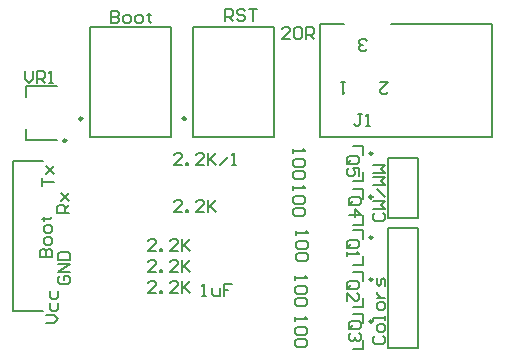
<source format=gto>
%FSLAX25Y25*%
%MOIN*%
G70*
G01*
G75*
G04 Layer_Color=65535*
%ADD10R,0.04331X0.05512*%
%ADD11R,0.05906X0.09843*%
%ADD12R,0.05906X0.09843*%
%ADD13R,0.04528X0.02362*%
%ADD14R,0.05512X0.04331*%
G04:AMPARAMS|DCode=15|XSize=74.8mil|YSize=125.98mil|CornerRadius=0mil|HoleSize=0mil|Usage=FLASHONLY|Rotation=270.000|XOffset=0mil|YOffset=0mil|HoleType=Round|Shape=Octagon|*
%AMOCTAGOND15*
4,1,8,0.06299,0.01870,0.06299,-0.01870,0.04429,-0.03740,-0.04429,-0.03740,-0.06299,-0.01870,-0.06299,0.01870,-0.04429,0.03740,0.04429,0.03740,0.06299,0.01870,0.0*
%
%ADD15OCTAGOND15*%

%ADD16R,0.05512X0.02362*%
%ADD17R,0.07087X0.02362*%
%ADD18C,0.05000*%
%ADD19C,0.02500*%
%ADD20C,0.02000*%
%ADD21R,0.10000X0.04500*%
%ADD22R,0.05500X0.10000*%
%ADD23C,0.05315*%
%ADD24R,0.05315X0.05315*%
%ADD25R,0.05315X0.05315*%
%ADD26C,0.05906*%
%ADD27R,0.05906X0.05906*%
%ADD28O,0.05512X0.14173*%
%ADD29O,0.14173X0.05512*%
%ADD30C,0.02500*%
%ADD31C,0.10000*%
%ADD32C,0.00984*%
%ADD33C,0.00787*%
%ADD34C,0.00700*%
D32*
X59492Y81500D02*
G03*
X59492Y81500I-492J0D01*
G01*
X24992D02*
G03*
X24992Y81500I-492J0D01*
G01*
X121736Y55405D02*
G03*
X121736Y55405I-492J0D01*
G01*
Y69906D02*
G03*
X121736Y69906I-492J0D01*
G01*
Y41906D02*
G03*
X121736Y41906I-492J0D01*
G01*
Y13905D02*
G03*
X121736Y13905I-492J0D01*
G01*
Y27905D02*
G03*
X121736Y27905I-492J0D01*
G01*
X19669Y74248D02*
G03*
X19669Y74248I-492J0D01*
G01*
D33*
X62000Y75500D02*
X89000D01*
X62000Y112000D02*
X89000D01*
X62000Y75500D02*
Y112000D01*
X89000Y75500D02*
Y112000D01*
X27500Y75500D02*
X54500D01*
X27500Y112000D02*
X54500D01*
X27500Y75500D02*
Y112000D01*
X54500Y75500D02*
Y112000D01*
X2000Y67500D02*
X12000D01*
X2000Y17500D02*
Y67500D01*
Y17500D02*
X12000D01*
X126929Y68559D02*
X136929D01*
Y48559D02*
Y68559D01*
X126929Y48559D02*
X136929D01*
X126929D02*
Y68559D01*
X118685Y46154D02*
Y49303D01*
X115142Y46154D02*
X118685D01*
Y54815D02*
Y57965D01*
X115142D02*
X118685D01*
Y60654D02*
Y63803D01*
X115142Y60654D02*
X118685D01*
Y69315D02*
Y72465D01*
X115142D02*
X118685D01*
Y32653D02*
Y35803D01*
X115142Y32653D02*
X118685D01*
Y41315D02*
Y44465D01*
X115142D02*
X118685D01*
X126929Y45059D02*
X136929D01*
Y5059D02*
Y45059D01*
X126929Y5059D02*
Y45059D01*
Y5059D02*
X136929D01*
X118685Y4654D02*
Y7803D01*
X115142Y4654D02*
X118685D01*
Y13315D02*
Y16465D01*
X115142D02*
X118685D01*
Y18654D02*
Y21803D01*
X115142Y18654D02*
X118685D01*
Y27315D02*
Y30465D01*
X115142D02*
X118685D01*
X6382Y88815D02*
Y92555D01*
X16618D01*
X6382Y74445D02*
Y78185D01*
Y74445D02*
X16618D01*
X104413Y113079D02*
X112287D01*
X104413Y75283D02*
Y113079D01*
X128035D02*
X161500D01*
X104413Y75283D02*
X161500D01*
Y113079D01*
D34*
X11501Y59000D02*
Y61666D01*
Y60333D01*
X15500D01*
X12834Y62999D02*
X15500Y65664D01*
X14167Y64332D01*
X12834Y65664D01*
X15500Y62999D01*
X20500Y50000D02*
X16501D01*
Y51999D01*
X17168Y52666D01*
X18501D01*
X19167Y51999D01*
Y50000D01*
Y51333D02*
X20500Y52666D01*
X17834Y53999D02*
X20500Y56665D01*
X19167Y55332D01*
X17834Y56665D01*
X20500Y53999D01*
X11001Y35500D02*
X15000D01*
Y37499D01*
X14333Y38166D01*
X13667D01*
X13001Y37499D01*
Y35500D01*
Y37499D01*
X12334Y38166D01*
X11668D01*
X11001Y37499D01*
Y35500D01*
X15000Y40165D02*
Y41498D01*
X14333Y42164D01*
X13001D01*
X12334Y41498D01*
Y40165D01*
X13001Y39499D01*
X14333D01*
X15000Y40165D01*
Y44164D02*
Y45497D01*
X14333Y46163D01*
X13001D01*
X12334Y45497D01*
Y44164D01*
X13001Y43497D01*
X14333D01*
X15000Y44164D01*
X11668Y48163D02*
X12334D01*
Y47496D01*
Y48829D01*
Y48163D01*
X14333D01*
X15000Y48829D01*
X17668Y29166D02*
X17001Y28499D01*
Y27166D01*
X17668Y26500D01*
X20334D01*
X21000Y27166D01*
Y28499D01*
X20334Y29166D01*
X19001D01*
Y27833D01*
X21000Y30499D02*
X17001D01*
X21000Y33165D01*
X17001D01*
Y34497D02*
X21000D01*
Y36497D01*
X20334Y37163D01*
X17668D01*
X17001Y36497D01*
Y34497D01*
X13001Y13500D02*
X15667D01*
X17000Y14833D01*
X15667Y16166D01*
X13001D01*
X14334Y20165D02*
Y18165D01*
X15001Y17499D01*
X16333D01*
X17000Y18165D01*
Y20165D01*
X14334Y24163D02*
Y22164D01*
X15001Y21497D01*
X16333D01*
X17000Y22164D01*
Y24163D01*
X94166Y108000D02*
X91500D01*
X94166Y110666D01*
Y111332D01*
X93499Y111999D01*
X92166D01*
X91500Y111332D01*
X95499D02*
X96165Y111999D01*
X97498D01*
X98164Y111332D01*
Y108667D01*
X97498Y108000D01*
X96165D01*
X95499Y108667D01*
Y111332D01*
X99497Y108000D02*
Y111999D01*
X101497D01*
X102163Y111332D01*
Y109999D01*
X101497Y109333D01*
X99497D01*
X100830D02*
X102163Y108000D01*
X72500Y114000D02*
Y117999D01*
X74499D01*
X75166Y117332D01*
Y115999D01*
X74499Y115333D01*
X72500D01*
X73833D02*
X75166Y114000D01*
X79164Y117332D02*
X78498Y117999D01*
X77165D01*
X76499Y117332D01*
Y116666D01*
X77165Y115999D01*
X78498D01*
X79164Y115333D01*
Y114666D01*
X78498Y114000D01*
X77165D01*
X76499Y114666D01*
X80497Y117999D02*
X83163D01*
X81830D01*
Y114000D01*
X34500Y117499D02*
Y113500D01*
X36499D01*
X37166Y114166D01*
Y114833D01*
X36499Y115499D01*
X34500D01*
X36499D01*
X37166Y116166D01*
Y116832D01*
X36499Y117499D01*
X34500D01*
X39165Y113500D02*
X40498D01*
X41164Y114166D01*
Y115499D01*
X40498Y116166D01*
X39165D01*
X38499Y115499D01*
Y114166D01*
X39165Y113500D01*
X43164D02*
X44497D01*
X45163Y114166D01*
Y115499D01*
X44497Y116166D01*
X43164D01*
X42497Y115499D01*
Y114166D01*
X43164Y113500D01*
X47163Y116832D02*
Y116166D01*
X46496D01*
X47829D01*
X47163D01*
Y114166D01*
X47829Y113500D01*
X58166Y50500D02*
X55500D01*
X58166Y53166D01*
Y53832D01*
X57499Y54499D01*
X56166D01*
X55500Y53832D01*
X59499Y50500D02*
Y51166D01*
X60165D01*
Y50500D01*
X59499D01*
X65497D02*
X62831D01*
X65497Y53166D01*
Y53832D01*
X64830Y54499D01*
X63497D01*
X62831Y53832D01*
X66830Y54499D02*
Y50500D01*
Y51833D01*
X69495Y54499D01*
X67496Y52499D01*
X69495Y50500D01*
X58166Y66000D02*
X55500D01*
X58166Y68666D01*
Y69332D01*
X57499Y69999D01*
X56166D01*
X55500Y69332D01*
X59499Y66000D02*
Y66666D01*
X60165D01*
Y66000D01*
X59499D01*
X65497D02*
X62831D01*
X65497Y68666D01*
Y69332D01*
X64830Y69999D01*
X63497D01*
X62831Y69332D01*
X66830Y69999D02*
Y66000D01*
Y67333D01*
X69495Y69999D01*
X67496Y67999D01*
X69495Y66000D01*
X70828D02*
X73494Y68666D01*
X74827Y66000D02*
X76160D01*
X75494D01*
Y69999D01*
X74827Y69332D01*
X49666Y37500D02*
X47000D01*
X49666Y40166D01*
Y40832D01*
X48999Y41499D01*
X47666D01*
X47000Y40832D01*
X50999Y37500D02*
Y38166D01*
X51665D01*
Y37500D01*
X50999D01*
X56997D02*
X54331D01*
X56997Y40166D01*
Y40832D01*
X56330Y41499D01*
X54997D01*
X54331Y40832D01*
X58330Y41499D02*
Y37500D01*
Y38833D01*
X60996Y41499D01*
X58996Y39499D01*
X60996Y37500D01*
X64818Y22456D02*
X66151D01*
X65485D01*
Y26455D01*
X64818Y25788D01*
X68150Y25122D02*
Y23122D01*
X68817Y22456D01*
X70816D01*
Y25122D01*
X74815Y26455D02*
X72149D01*
Y24455D01*
X73482D01*
X72149D01*
Y22456D01*
X49666Y30500D02*
X47000D01*
X49666Y33166D01*
Y33832D01*
X48999Y34499D01*
X47666D01*
X47000Y33832D01*
X50999Y30500D02*
Y31166D01*
X51665D01*
Y30500D01*
X50999D01*
X56997D02*
X54331D01*
X56997Y33166D01*
Y33832D01*
X56330Y34499D01*
X54997D01*
X54331Y33832D01*
X58330Y34499D02*
Y30500D01*
Y31833D01*
X60996Y34499D01*
X58996Y32499D01*
X60996Y30500D01*
X49666Y23500D02*
X47000D01*
X49666Y26166D01*
Y26832D01*
X48999Y27499D01*
X47666D01*
X47000Y26832D01*
X50999Y23500D02*
Y24167D01*
X51665D01*
Y23500D01*
X50999D01*
X56997D02*
X54331D01*
X56997Y26166D01*
Y26832D01*
X56330Y27499D01*
X54997D01*
X54331Y26832D01*
X58330Y27499D02*
Y23500D01*
Y24833D01*
X60996Y27499D01*
X58996Y25499D01*
X60996Y23500D01*
X122597Y50225D02*
X121930Y49558D01*
Y48226D01*
X122597Y47559D01*
X125263D01*
X125929Y48226D01*
Y49558D01*
X125263Y50225D01*
X121930Y51558D02*
X125929D01*
X124596Y52891D01*
X125929Y54224D01*
X121930D01*
X125929Y55556D02*
X123263Y58222D01*
X121930Y59555D02*
X125929D01*
X124596Y60888D01*
X125929Y62221D01*
X121930D01*
Y63554D02*
X125929D01*
X124596Y64887D01*
X125929Y66220D01*
X121930D01*
X114596Y52893D02*
X117261D01*
X117928Y53560D01*
Y54893D01*
X117261Y55559D01*
X114596D01*
X113929Y54893D01*
Y53560D01*
X115262Y54226D02*
X113929Y52893D01*
Y53560D02*
X114596Y52893D01*
X113929Y49561D02*
X117928D01*
X115928Y51560D01*
Y48895D01*
X114096Y66393D02*
X116761D01*
X117428Y67060D01*
Y68393D01*
X116761Y69059D01*
X114096D01*
X113429Y68393D01*
Y67060D01*
X114762Y67726D02*
X113429Y66393D01*
Y67060D02*
X114096Y66393D01*
X117428Y62394D02*
Y65060D01*
X115428D01*
X116095Y63727D01*
Y63061D01*
X115428Y62394D01*
X114096D01*
X113429Y63061D01*
Y64394D01*
X114096Y65060D01*
Y38393D02*
X116761D01*
X117428Y39060D01*
Y40393D01*
X116761Y41059D01*
X114096D01*
X113429Y40393D01*
Y39060D01*
X114762Y39726D02*
X113429Y38393D01*
Y39060D02*
X114096Y38393D01*
X113429Y37060D02*
Y35727D01*
Y36394D01*
X117428D01*
X116761Y37060D01*
X122597Y9225D02*
X121930Y8558D01*
Y7226D01*
X122597Y6559D01*
X125263D01*
X125929Y7226D01*
Y8558D01*
X125263Y9225D01*
X125929Y11224D02*
Y12557D01*
X125263Y13224D01*
X123930D01*
X123263Y12557D01*
Y11224D01*
X123930Y10558D01*
X125263D01*
X125929Y11224D01*
Y14557D02*
Y15889D01*
Y15223D01*
X121930D01*
Y14557D01*
X125929Y18555D02*
Y19888D01*
X125263Y20554D01*
X123930D01*
X123263Y19888D01*
Y18555D01*
X123930Y17889D01*
X125263D01*
X125929Y18555D01*
X123263Y21887D02*
X125929D01*
X124596D01*
X123930Y22554D01*
X123263Y23220D01*
Y23887D01*
X125929Y25886D02*
Y27885D01*
X125263Y28552D01*
X124596Y27885D01*
Y26553D01*
X123930Y25886D01*
X123263Y26553D01*
Y28552D01*
X114596Y11393D02*
X117261D01*
X117928Y12060D01*
Y13393D01*
X117261Y14059D01*
X114596D01*
X113929Y13393D01*
Y12060D01*
X115262Y12726D02*
X113929Y11393D01*
Y12060D02*
X114596Y11393D01*
X117261Y10060D02*
X117928Y9394D01*
Y8061D01*
X117261Y7395D01*
X116595D01*
X115928Y8061D01*
Y8727D01*
Y8061D01*
X115262Y7395D01*
X114596D01*
X113929Y8061D01*
Y9394D01*
X114596Y10060D01*
X114096Y24893D02*
X116761D01*
X117428Y25560D01*
Y26893D01*
X116761Y27559D01*
X114096D01*
X113429Y26893D01*
Y25560D01*
X114762Y26226D02*
X113429Y24893D01*
Y25560D02*
X114096Y24893D01*
X113429Y20895D02*
Y23560D01*
X116095Y20895D01*
X116761D01*
X117428Y21561D01*
Y22894D01*
X116761Y23560D01*
X95429Y71559D02*
Y70226D01*
Y70893D01*
X99428D01*
X98761Y71559D01*
Y68227D02*
X99428Y67560D01*
Y66227D01*
X98761Y65561D01*
X96096D01*
X95429Y66227D01*
Y67560D01*
X96096Y68227D01*
X98761D01*
Y64228D02*
X99428Y63562D01*
Y62229D01*
X98761Y61562D01*
X96096D01*
X95429Y62229D01*
Y63562D01*
X96096Y64228D01*
X98761D01*
X95929Y15559D02*
Y14226D01*
Y14893D01*
X99928D01*
X99261Y15559D01*
Y12227D02*
X99928Y11560D01*
Y10227D01*
X99261Y9561D01*
X96596D01*
X95929Y10227D01*
Y11560D01*
X96596Y12227D01*
X99261D01*
Y8228D02*
X99928Y7562D01*
Y6229D01*
X99261Y5562D01*
X96596D01*
X95929Y6229D01*
Y7562D01*
X96596Y8228D01*
X99261D01*
X95429Y59059D02*
Y57726D01*
Y58393D01*
X99428D01*
X98761Y59059D01*
Y55727D02*
X99428Y55060D01*
Y53727D01*
X98761Y53061D01*
X96096D01*
X95429Y53727D01*
Y55060D01*
X96096Y55727D01*
X98761D01*
Y51728D02*
X99428Y51062D01*
Y49729D01*
X98761Y49062D01*
X96096D01*
X95429Y49729D01*
Y51062D01*
X96096Y51728D01*
X98761D01*
X96429Y44059D02*
Y42726D01*
Y43393D01*
X100428D01*
X99761Y44059D01*
Y40727D02*
X100428Y40060D01*
Y38727D01*
X99761Y38061D01*
X97096D01*
X96429Y38727D01*
Y40060D01*
X97096Y40727D01*
X99761D01*
Y36728D02*
X100428Y36062D01*
Y34729D01*
X99761Y34062D01*
X97096D01*
X96429Y34729D01*
Y36062D01*
X97096Y36728D01*
X99761D01*
X95929Y29059D02*
Y27726D01*
Y28393D01*
X99928D01*
X99261Y29059D01*
Y25727D02*
X99928Y25060D01*
Y23727D01*
X99261Y23061D01*
X96596D01*
X95929Y23727D01*
Y25060D01*
X96596Y25727D01*
X99261D01*
Y21728D02*
X99928Y21062D01*
Y19729D01*
X99261Y19062D01*
X96596D01*
X95929Y19729D01*
Y21062D01*
X96596Y21728D01*
X99261D01*
X6000Y97499D02*
Y94833D01*
X7333Y93500D01*
X8666Y94833D01*
Y97499D01*
X9999Y93500D02*
Y97499D01*
X11998D01*
X12664Y96832D01*
Y95499D01*
X11998Y94833D01*
X9999D01*
X11332D02*
X12664Y93500D01*
X13997D02*
X15330D01*
X14664D01*
Y97499D01*
X13997Y96832D01*
X118166Y82999D02*
X116833D01*
X117499D01*
Y79666D01*
X116833Y79000D01*
X116166D01*
X115500Y79666D01*
X119499Y79000D02*
X120832D01*
X120165D01*
Y82999D01*
X119499Y82332D01*
X119768Y104628D02*
X119101Y103962D01*
X117768D01*
X117102Y104628D01*
Y105295D01*
X117768Y105961D01*
X118435D01*
X117768D01*
X117102Y106628D01*
Y107294D01*
X117768Y107961D01*
X119101D01*
X119768Y107294D01*
X124188Y93787D02*
X126854D01*
X124188Y91122D01*
Y90455D01*
X124855Y89789D01*
X126188D01*
X126854Y90455D01*
X112681Y93787D02*
X111348D01*
X112015D01*
Y89789D01*
X112681Y90455D01*
M02*

</source>
